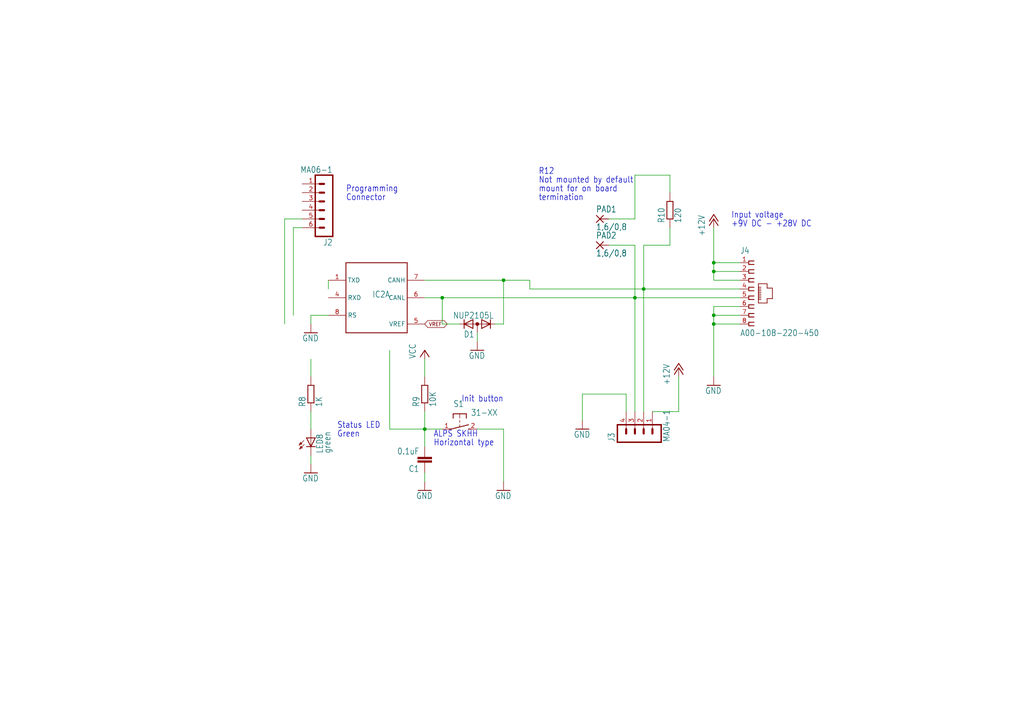
<source format=kicad_sch>
(kicad_sch (version 20230121) (generator eeschema)
  (paper "A4")
  (lib_symbols
    (symbol "paris_relay_rev_C-eagle-import:+12V" (power)
      (property "Value" "+12V" (at -2.54 -5.08 90))
      (symbol "+12V_1_0"
        (polyline (pts (xy 0 0) (xy -1.27 -1.905)) (stroke (width 0.254)))
        (polyline (pts (xy 0 1.27) (xy -1.27 -0.635)) (stroke (width 0.254)))
        (polyline (pts (xy 1.27 -1.905) (xy 0 0)) (stroke (width 0.254)))
        (polyline (pts (xy 1.27 -0.635) (xy 0 1.27)) (stroke (width 0.254)))
        (pin power_in line (at 0 -2.54 90) (length 2.54) (name "+12V") (number "1"))
      )
    )
    (symbol "paris_relay_rev_C-eagle-import:1,6{slash}0,8"
      (property "Reference" "PAD" (at -1.143 1.8542 0))
      (property "Value" "1,6{slash}0,8" (at -1.143 -3.302 0))
      (symbol "1,6{slash}0,8_1_0"
        (polyline (pts (xy -1.016 -1.016) (xy 1.016 1.016)) (stroke (width 0.254)))
        (polyline (pts (xy -1.016 1.016) (xy 1.016 -1.016)) (stroke (width 0.254)))
        (pin passive line (at 2.54 0 180) (length 2.54) (name "P") (number "1"))
      )
    )
    (symbol "paris_relay_rev_C-eagle-import:31-XX"
      (property "Reference" "S" (at -6.35 -1.905 90))
      (property "Value" "31-XX" (at -3.81 3.175 90))
      (symbol "31-XX_1_0"
        (polyline (pts (xy -4.445 -1.905) (xy -3.175 -1.905)) (stroke (width 0.254)))
        (polyline (pts (xy -4.445 0) (xy -4.445 -1.905)) (stroke (width 0.254)))
        (polyline (pts (xy -4.445 0) (xy -3.175 0)) (stroke (width 0.1524)))
        (polyline (pts (xy -4.445 1.905) (xy -4.445 0)) (stroke (width 0.254)))
        (polyline (pts (xy -4.445 1.905) (xy -3.175 1.905)) (stroke (width 0.254)))
        (polyline (pts (xy -2.54 0) (xy -1.905 0)) (stroke (width 0.1524)))
        (polyline (pts (xy -1.27 0) (xy -0.635 0)) (stroke (width 0.1524)))
        (polyline (pts (xy -0.635 0) (xy -1.27 2.54)) (stroke (width 0.254)))
        (polyline (pts (xy 0 -3.175) (xy 0 -2.54)) (stroke (width 0.254)))
        (polyline (pts (xy 0 -2.54) (xy -0.635 0)) (stroke (width 0.254)))
        (polyline (pts (xy 0 2.54) (xy 0 3.175)) (stroke (width 0.254)))
        (pin passive line (at 0 -5.08 90) (length 2.54) (name "P") (number "1"))
        (pin passive line (at 0 5.08 270) (length 2.54) (name "S") (number "2"))
      )
    )
    (symbol "paris_relay_rev_C-eagle-import:A00-108-220-450"
      (property "Value" "A00-108-220-450" (at 0 -13.716 0))
      (symbol "A00-108-220-450_1_0"
        (polyline (pts (xy 2.54 -10.668) (xy 4.064 -10.668)) (stroke (width 0.254)))
        (polyline (pts (xy 2.54 -9.652) (xy 2.54 -10.668)) (stroke (width 0.254)))
        (polyline (pts (xy 2.54 -8.128) (xy 4.064 -8.128)) (stroke (width 0.254)))
        (polyline (pts (xy 2.54 -7.112) (xy 2.54 -8.128)) (stroke (width 0.254)))
        (polyline (pts (xy 2.54 -5.588) (xy 4.064 -5.588)) (stroke (width 0.254)))
        (polyline (pts (xy 2.54 -4.572) (xy 2.54 -5.588)) (stroke (width 0.254)))
        (polyline (pts (xy 2.54 -3.048) (xy 4.064 -3.048)) (stroke (width 0.254)))
        (polyline (pts (xy 2.54 -2.032) (xy 2.54 -3.048)) (stroke (width 0.254)))
        (polyline (pts (xy 2.54 -0.508) (xy 4.064 -0.508)) (stroke (width 0.254)))
        (polyline (pts (xy 2.54 0.508) (xy 2.54 -0.508)) (stroke (width 0.254)))
        (polyline (pts (xy 2.54 2.032) (xy 4.064 2.032)) (stroke (width 0.254)))
        (polyline (pts (xy 2.54 3.048) (xy 2.54 2.032)) (stroke (width 0.254)))
        (polyline (pts (xy 2.54 4.572) (xy 4.064 4.572)) (stroke (width 0.254)))
        (polyline (pts (xy 2.54 5.588) (xy 2.54 4.572)) (stroke (width 0.254)))
        (polyline (pts (xy 2.54 7.112) (xy 4.064 7.112)) (stroke (width 0.254)))
        (polyline (pts (xy 2.54 8.128) (xy 2.54 7.112)) (stroke (width 0.254)))
        (polyline (pts (xy 4.064 -9.652) (xy 2.54 -9.652)) (stroke (width 0.254)))
        (polyline (pts (xy 4.064 -7.112) (xy 2.54 -7.112)) (stroke (width 0.254)))
        (polyline (pts (xy 4.064 -4.572) (xy 2.54 -4.572)) (stroke (width 0.254)))
        (polyline (pts (xy 4.064 -2.032) (xy 2.54 -2.032)) (stroke (width 0.254)))
        (polyline (pts (xy 4.064 0.508) (xy 2.54 0.508)) (stroke (width 0.254)))
        (polyline (pts (xy 4.064 3.048) (xy 2.54 3.048)) (stroke (width 0.254)))
        (polyline (pts (xy 4.064 5.588) (xy 2.54 5.588)) (stroke (width 0.254)))
        (polyline (pts (xy 4.064 8.128) (xy 2.54 8.128)) (stroke (width 0.254)))
        (polyline (pts (xy 5.334 -4.064) (xy 7.874 -4.064)) (stroke (width 0.1998)))
        (polyline (pts (xy 5.334 -3.048) (xy 5.334 -4.064)) (stroke (width 0.1998)))
        (polyline (pts (xy 5.334 -3.048) (xy 6.096 -3.048)) (stroke (width 0.1998)))
        (polyline (pts (xy 5.334 -2.54) (xy 5.334 -3.048)) (stroke (width 0.1998)))
        (polyline (pts (xy 5.334 -2.54) (xy 6.096 -2.54)) (stroke (width 0.1998)))
        (polyline (pts (xy 5.334 -2.032) (xy 5.334 -2.54)) (stroke (width 0.1998)))
        (polyline (pts (xy 5.334 -2.032) (xy 6.096 -2.032)) (stroke (width 0.1998)))
        (polyline (pts (xy 5.334 -1.524) (xy 5.334 -2.032)) (stroke (width 0.1998)))
        (polyline (pts (xy 5.334 -1.524) (xy 6.096 -1.524)) (stroke (width 0.1998)))
        (polyline (pts (xy 5.334 -1.016) (xy 5.334 -1.524)) (stroke (width 0.1998)))
        (polyline (pts (xy 5.334 -1.016) (xy 6.096 -1.016)) (stroke (width 0.1998)))
        (polyline (pts (xy 5.334 -0.508) (xy 5.334 -1.016)) (stroke (width 0.1998)))
        (polyline (pts (xy 5.334 -0.508) (xy 6.096 -0.508)) (stroke (width 0.1998)))
        (polyline (pts (xy 5.334 0) (xy 5.334 -0.508)) (stroke (width 0.1998)))
        (polyline (pts (xy 5.334 0) (xy 6.096 0)) (stroke (width 0.1998)))
        (polyline (pts (xy 5.334 0.508) (xy 5.334 0)) (stroke (width 0.1998)))
        (polyline (pts (xy 5.334 0.508) (xy 6.096 0.508)) (stroke (width 0.1998)))
        (polyline (pts (xy 5.334 1.524) (xy 5.334 0.508)) (stroke (width 0.1998)))
        (polyline (pts (xy 7.874 -4.064) (xy 7.874 -2.794)) (stroke (width 0.1998)))
        (polyline (pts (xy 7.874 -2.794) (xy 9.398 -2.794)) (stroke (width 0.1998)))
        (polyline (pts (xy 7.874 0.254) (xy 7.874 1.524)) (stroke (width 0.1998)))
        (polyline (pts (xy 7.874 1.524) (xy 5.334 1.524)) (stroke (width 0.1998)))
        (polyline (pts (xy 9.398 -2.794) (xy 9.398 0.254)) (stroke (width 0.1998)))
        (polyline (pts (xy 9.398 0.254) (xy 7.874 0.254)) (stroke (width 0.1998)))
        (pin passive line (at 0 7.62 0) (length 2.54) (name "1") (number "1"))
        (pin passive line (at 0 5.08 0) (length 2.54) (name "2") (number "2"))
        (pin passive line (at 0 2.54 0) (length 2.54) (name "3") (number "3"))
        (pin passive line (at 0 0 0) (length 2.54) (name "4") (number "4"))
        (pin passive line (at 0 -2.54 0) (length 2.54) (name "5") (number "5"))
        (pin passive line (at 0 -5.08 0) (length 2.54) (name "6") (number "6"))
        (pin passive line (at 0 -7.62 0) (length 2.54) (name "7") (number "7"))
        (pin passive line (at 0 -10.16 0) (length 2.54) (name "8") (number "8"))
      )
    )
    (symbol "paris_relay_rev_C-eagle-import:C-EUC0805"
      (property "Reference" "C" (at 1.524 0.381 0))
      (property "Value" "C-EUC0805" (at 1.524 -4.699 0))
      (symbol "C-EUC0805_1_0"
        (rectangle (start -2.032 -2.032) (end 2.032 -1.524) (fill (type outline)))
        (rectangle (start -2.032 -1.016) (end 2.032 -0.508) (fill (type outline)))
        (polyline (pts (xy 0 -2.54) (xy 0 -2.032)) (stroke (width 0.1524)))
        (polyline (pts (xy 0 0) (xy 0 -0.508)) (stroke (width 0.1524)))
        (pin passive line (at 0 2.54 270) (length 2.54) (name "1") (number "1"))
        (pin passive line (at 0 -5.08 90) (length 2.54) (name "2") (number "2"))
      )
    )
    (symbol "paris_relay_rev_C-eagle-import:DIODE-2CA|ACSOT23"
      (property "Reference" "D" (at 0.762 2.0066 0))
      (property "Value" "DIODE-2CA|ACSOT23" (at -4.826 -3.4544 0))
      (symbol "DIODE-2CA|ACSOT23_1_0"
        (polyline (pts (xy -3.81 -1.27) (xy -3.81 0)) (stroke (width 0.254)))
        (polyline (pts (xy -3.81 0) (xy -3.81 1.27)) (stroke (width 0.254)))
        (polyline (pts (xy -3.81 0) (xy -1.27 -1.27)) (stroke (width 0.254)))
        (polyline (pts (xy -3.81 0) (xy 3.81 0)) (stroke (width 0.1524)))
        (polyline (pts (xy -2.54 0) (xy -3.81 0)) (stroke (width 0.1524)))
        (polyline (pts (xy -1.27 -1.27) (xy -1.27 1.27)) (stroke (width 0.254)))
        (polyline (pts (xy -1.27 1.27) (xy -3.81 0)) (stroke (width 0.254)))
        (polyline (pts (xy 1.27 -1.27) (xy 1.27 1.27)) (stroke (width 0.254)))
        (polyline (pts (xy 1.27 1.27) (xy 3.81 0)) (stroke (width 0.254)))
        (polyline (pts (xy 3.81 -1.27) (xy 3.81 0)) (stroke (width 0.254)))
        (polyline (pts (xy 3.81 0) (xy 1.27 -1.27)) (stroke (width 0.254)))
        (polyline (pts (xy 3.81 0) (xy 3.81 1.27)) (stroke (width 0.254)))
        (circle (center 0 0) (radius 0.127) (stroke (width 0.4064)))
        (pin passive line (at -5.08 0 0) (length 2.54) (name "K1") (number "1"))
        (pin passive line (at 5.08 0 180) (length 2.54) (name "K2") (number "2"))
        (pin passive line (at 0 2.54 270) (length 2.54) (name "A") (number "3"))
      )
    )
    (symbol "paris_relay_rev_C-eagle-import:GND" (power)
      (property "Value" "GND" (at -2.54 -2.54 0))
      (symbol "GND_1_0"
        (polyline (pts (xy -1.905 0) (xy 1.905 0)) (stroke (width 0.254)))
        (pin power_in line (at 0 2.54 270) (length 2.54) (name "GND") (number "1"))
      )
    )
    (symbol "paris_relay_rev_C-eagle-import:LEDCHIP-LED0805"
      (property "Reference" "LED" (at 3.556 -4.572 90))
      (property "Value" "LEDCHIP-LED0805" (at 5.715 -4.572 90))
      (symbol "LEDCHIP-LED0805_1_0"
        (polyline (pts (xy -2.032 -0.762) (xy -3.429 -2.159)) (stroke (width 0.1524)))
        (polyline (pts (xy -1.905 -1.905) (xy -3.302 -3.302)) (stroke (width 0.1524)))
        (polyline (pts (xy 0 -2.54) (xy -1.27 -2.54)) (stroke (width 0.254)))
        (polyline (pts (xy 0 -2.54) (xy -1.27 0)) (stroke (width 0.254)))
        (polyline (pts (xy 0 0) (xy -1.27 0)) (stroke (width 0.254)))
        (polyline (pts (xy 0 0) (xy 0 -2.54)) (stroke (width 0.1524)))
        (polyline (pts (xy 1.27 -2.54) (xy 0 -2.54)) (stroke (width 0.254)))
        (polyline (pts (xy 1.27 0) (xy 0 -2.54)) (stroke (width 0.254)))
        (polyline (pts (xy 1.27 0) (xy 0 0)) (stroke (width 0.254)))
        (polyline (pts (xy -3.429 -2.159) (xy -3.048 -1.27) (xy -2.54 -1.778)) (fill (type outline)))
        (polyline (pts (xy -3.302 -3.302) (xy -2.921 -2.413) (xy -2.413 -2.921)) (fill (type outline)))
        (pin passive line (at 0 2.54 270) (length 2.54) (name "A") (number "A"))
        (pin passive line (at 0 -5.08 90) (length 2.54) (name "C") (number "C"))
      )
    )
    (symbol "paris_relay_rev_C-eagle-import:MA04-1"
      (property "Reference" "SV" (at -1.27 5.842 0))
      (property "Value" "MA04-1" (at -1.27 -10.16 0))
      (symbol "MA04-1_1_0"
        (polyline (pts (xy -1.27 5.08) (xy -1.27 -7.62)) (stroke (width 0.4064)))
        (polyline (pts (xy -1.27 5.08) (xy 3.81 5.08)) (stroke (width 0.4064)))
        (polyline (pts (xy 1.27 -5.08) (xy 2.54 -5.08)) (stroke (width 0.6096)))
        (polyline (pts (xy 1.27 -2.54) (xy 2.54 -2.54)) (stroke (width 0.6096)))
        (polyline (pts (xy 1.27 0) (xy 2.54 0)) (stroke (width 0.6096)))
        (polyline (pts (xy 1.27 2.54) (xy 2.54 2.54)) (stroke (width 0.6096)))
        (polyline (pts (xy 3.81 -7.62) (xy -1.27 -7.62)) (stroke (width 0.4064)))
        (polyline (pts (xy 3.81 -7.62) (xy 3.81 5.08)) (stroke (width 0.4064)))
        (pin passive line (at 7.62 -5.08 180) (length 5.08) (name "1") (number "1"))
        (pin passive line (at 7.62 -2.54 180) (length 5.08) (name "2") (number "2"))
        (pin passive line (at 7.62 0 180) (length 5.08) (name "3") (number "3"))
        (pin passive line (at 7.62 2.54 180) (length 5.08) (name "4") (number "4"))
      )
    )
    (symbol "paris_relay_rev_C-eagle-import:MA06-1"
      (property "Reference" "SV" (at -1.27 8.382 0))
      (property "Value" "MA06-1" (at -1.27 -12.7 0))
      (symbol "MA06-1_1_0"
        (polyline (pts (xy -1.27 7.62) (xy -1.27 -10.16)) (stroke (width 0.4064)))
        (polyline (pts (xy -1.27 7.62) (xy 3.81 7.62)) (stroke (width 0.4064)))
        (polyline (pts (xy 1.27 -7.62) (xy 2.54 -7.62)) (stroke (width 0.6096)))
        (polyline (pts (xy 1.27 -5.08) (xy 2.54 -5.08)) (stroke (width 0.6096)))
        (polyline (pts (xy 1.27 -2.54) (xy 2.54 -2.54)) (stroke (width 0.6096)))
        (polyline (pts (xy 1.27 0) (xy 2.54 0)) (stroke (width 0.6096)))
        (polyline (pts (xy 1.27 2.54) (xy 2.54 2.54)) (stroke (width 0.6096)))
        (polyline (pts (xy 1.27 5.08) (xy 2.54 5.08)) (stroke (width 0.6096)))
        (polyline (pts (xy 3.81 -10.16) (xy -1.27 -10.16)) (stroke (width 0.4064)))
        (polyline (pts (xy 3.81 -10.16) (xy 3.81 7.62)) (stroke (width 0.4064)))
        (pin passive line (at 7.62 -7.62 180) (length 5.08) (name "1") (number "1"))
        (pin passive line (at 7.62 -5.08 180) (length 5.08) (name "2") (number "2"))
        (pin passive line (at 7.62 -2.54 180) (length 5.08) (name "3") (number "3"))
        (pin passive line (at 7.62 0 180) (length 5.08) (name "4") (number "4"))
        (pin passive line (at 7.62 2.54 180) (length 5.08) (name "5") (number "5"))
        (pin passive line (at 7.62 5.08 180) (length 5.08) (name "6") (number "6"))
      )
    )
    (symbol "paris_relay_rev_C-eagle-import:MCP2551SN"
      (property "Reference" "U" (at -2.54 0 0))
      (symbol "MCP2551SN_1_0"
        (polyline (pts (xy -10.16 -10.16) (xy 7.62 -10.16)) (stroke (width 0.254)))
        (polyline (pts (xy -10.16 10.16) (xy -10.16 -10.16)) (stroke (width 0.254)))
        (polyline (pts (xy 7.62 -10.16) (xy 7.62 10.16)) (stroke (width 0.254)))
        (polyline (pts (xy 7.62 10.16) (xy -10.16 10.16)) (stroke (width 0.254)))
        (pin input line (at -15.24 5.08 0) (length 5.08) (name "TXD") (number "1"))
        (pin output line (at -15.24 0 0) (length 5.08) (name "RXD") (number "4"))
        (pin power_in line (at 12.7 -7.62 180) (length 5.08) (name "VREF") (number "5"))
        (pin bidirectional line (at 12.7 0 180) (length 5.08) (name "CANL") (number "6"))
        (pin bidirectional line (at 12.7 5.08 180) (length 5.08) (name "CANH") (number "7"))
        (pin input line (at -15.24 -5.08 0) (length 5.08) (name "RS") (number "8"))
      )
      (symbol "MCP2551SN_2_0"
        (text "VDD" (at 2.54 2.54 900) (effects (font (size 1.4224 1.209)) (justify left bottom)))
        (text "VDD" (at 2.54 2.54 900) (effects (font (size 1.4224 1.209)) (justify left bottom)))
        (text "VSS" (at 2.54 -7.62 900) (effects (font (size 1.4224 1.209)) (justify left bottom)))
        (text "VSS" (at 2.54 -7.62 900) (effects (font (size 1.4224 1.209)) (justify left bottom)))
        (pin power_in line (at 0 -7.62 90) (length 5.08) (name "VSS") (number "2"))
        (pin power_in line (at 0 7.62 270) (length 5.08) (name "VDD") (number "3"))
      )
    )
    (symbol "paris_relay_rev_C-eagle-import:R-EU_R0805"
      (property "Reference" "R" (at -3.81 1.4986 0))
      (property "Value" "R-EU_R0805" (at -3.81 -3.302 0))
      (symbol "R-EU_R0805_1_0"
        (polyline (pts (xy -2.54 -0.889) (xy -2.54 0.889)) (stroke (width 0.254)))
        (polyline (pts (xy -2.54 -0.889) (xy 2.54 -0.889)) (stroke (width 0.254)))
        (polyline (pts (xy 2.54 -0.889) (xy 2.54 0.889)) (stroke (width 0.254)))
        (polyline (pts (xy 2.54 0.889) (xy -2.54 0.889)) (stroke (width 0.254)))
        (pin passive line (at -5.08 0 0) (length 2.54) (name "1") (number "1"))
        (pin passive line (at 5.08 0 180) (length 2.54) (name "2") (number "2"))
      )
    )
    (symbol "paris_relay_rev_C-eagle-import:VCC" (power)
      (property "Value" "VCC" (at -2.54 -2.54 90))
      (symbol "VCC_1_0"
        (polyline (pts (xy 0 0) (xy -1.27 -1.905)) (stroke (width 0.254)))
        (polyline (pts (xy 1.27 -1.905) (xy 0 0)) (stroke (width 0.254)))
        (pin power_in line (at 0 -2.54 90) (length 2.54) (name "VCC") (number "1"))
      )
    )
  )
  (junction (at 186.69 83.82))
  (junction (at 123.19 124.46))
  (junction (at 207.01 76.2))
  (junction (at 207.01 78.74))
  (junction (at 207.01 91.44))
  (junction (at 146.05 81.28))
  (junction (at 184.15 86.36))
  (junction (at 207.01 93.98))
  (junction (at 128.27 86.36))
  (wire (pts (xy 123.19 124.46) (xy 123.19 129.54)))
  (wire (pts (xy 146.05 93.98) (xy 146.05 81.28)))
  (wire (pts (xy 123.19 109.22) (xy 123.19 104.14)))
  (wire (pts (xy 176.53 71.12) (xy 184.15 71.12)))
  (wire (pts (xy 90.17 91.44) (xy 95.25 91.44)))
  (wire (pts (xy 184.15 86.36) (xy 128.27 86.36)))
  (wire (pts (xy 196.85 119.38) (xy 196.85 109.22)))
  (wire (pts (xy 143.51 93.98) (xy 146.05 93.98)))
  (wire (pts (xy 186.69 83.82) (xy 153.67 83.82)))
  (wire (pts (xy 184.15 119.38) (xy 184.15 86.36)))
  (wire (pts (xy 85.09 66.04) (xy 85.09 91.44)))
  (wire (pts (xy 184.15 71.12) (xy 184.15 86.36)))
  (wire (pts (xy 123.19 124.46) (xy 113.03 124.46)))
  (wire (pts (xy 153.67 83.82) (xy 153.67 81.28)))
  (wire (pts (xy 207.01 76.2) (xy 207.01 66.04)))
  (wire (pts (xy 214.63 91.44) (xy 207.01 91.44)))
  (wire (pts (xy 113.03 101.6) (xy 113.03 124.46)))
  (wire (pts (xy 184.15 63.5) (xy 184.15 50.8)))
  (wire (pts (xy 82.55 93.98) (xy 82.55 63.5)))
  (wire (pts (xy 214.63 81.28) (xy 207.01 81.28)))
  (wire (pts (xy 186.69 119.38) (xy 186.69 83.82)))
  (wire (pts (xy 123.19 124.46) (xy 128.27 124.46)))
  (wire (pts (xy 82.55 63.5) (xy 87.63 63.5)))
  (wire (pts (xy 207.01 88.9) (xy 207.01 91.44)))
  (wire (pts (xy 214.63 78.74) (xy 207.01 78.74)))
  (wire (pts (xy 181.61 114.3) (xy 168.91 114.3)))
  (wire (pts (xy 194.31 66.04) (xy 194.31 71.12)))
  (wire (pts (xy 90.17 104.14) (xy 90.17 109.22)))
  (wire (pts (xy 214.63 93.98) (xy 207.01 93.98)))
  (wire (pts (xy 146.05 81.28) (xy 153.67 81.28)))
  (wire (pts (xy 168.91 114.3) (xy 168.91 121.92)))
  (wire (pts (xy 90.17 93.98) (xy 90.17 91.44)))
  (wire (pts (xy 214.63 83.82) (xy 186.69 83.82)))
  (wire (pts (xy 123.19 86.36) (xy 128.27 86.36)))
  (wire (pts (xy 207.01 91.44) (xy 207.01 93.98)))
  (wire (pts (xy 207.01 81.28) (xy 207.01 78.74)))
  (wire (pts (xy 207.01 78.74) (xy 207.01 76.2)))
  (wire (pts (xy 194.31 55.88) (xy 194.31 50.8)))
  (wire (pts (xy 181.61 119.38) (xy 181.61 114.3)))
  (wire (pts (xy 128.27 93.98) (xy 128.27 86.36)))
  (wire (pts (xy 186.69 71.12) (xy 186.69 83.82)))
  (wire (pts (xy 95.25 83.82) (xy 95.25 81.28)))
  (wire (pts (xy 87.63 66.04) (xy 85.09 66.04)))
  (wire (pts (xy 133.35 93.98) (xy 128.27 93.98)))
  (wire (pts (xy 123.19 119.38) (xy 123.19 124.46)))
  (wire (pts (xy 194.31 71.12) (xy 186.69 71.12)))
  (wire (pts (xy 207.01 93.98) (xy 207.01 109.22)))
  (wire (pts (xy 123.19 81.28) (xy 146.05 81.28)))
  (wire (pts (xy 214.63 88.9) (xy 207.01 88.9)))
  (wire (pts (xy 90.17 124.46) (xy 90.17 119.38)))
  (wire (pts (xy 138.43 99.06) (xy 138.43 96.52)))
  (wire (pts (xy 194.31 50.8) (xy 184.15 50.8)))
  (wire (pts (xy 214.63 86.36) (xy 184.15 86.36)))
  (wire (pts (xy 189.23 119.38) (xy 196.85 119.38)))
  (wire (pts (xy 123.19 137.16) (xy 123.19 139.7)))
  (wire (pts (xy 146.05 124.46) (xy 146.05 139.7)))
  (wire (pts (xy 176.53 63.5) (xy 184.15 63.5)))
  (wire (pts (xy 214.63 76.2) (xy 207.01 76.2)))
  (wire (pts (xy 90.17 132.08) (xy 90.17 134.62)))
  (wire (pts (xy 138.43 124.46) (xy 146.05 124.46)))
  (text "ALPS SKHH" (at 125.73 127 0) (effects (font (size 1.778 1.5113)) (justify left bottom)))
  (text "Status LED" (at 97.79 124.46 0) (effects (font (size 1.778 1.5113)) (justify left bottom)))
  (text "mount for on board" (at 156.21 55.88 0) (effects (font (size 1.778 1.5113)) (justify left bottom)))
  (text "Input voltage" (at 212.09 63.5 0) (effects (font (size 1.778 1.5113)) (justify left bottom)))
  (text "Programming" (at 100.33 55.88 0) (effects (font (size 1.778 1.5113)) (justify left bottom)))
  (text "Not mounted by default" (at 156.21 53.34 0) (effects (font (size 1.778 1.5113)) (justify left bottom)))
  (text "Horizontal type" (at 125.73 129.54 0) (effects (font (size 1.778 1.5113)) (justify left bottom)))
  (text "Init button" (at 146.05 116.84 0) (effects (font (size 1.778 1.5113)) (justify right bottom)))
  (text "+9V DC - +28V DC" (at 212.09 66.04 0) (effects (font (size 1.778 1.5113)) (justify left bottom)))
  (text "termination" (at 156.21 58.42 0) (effects (font (size 1.778 1.5113)) (justify left bottom)))
  (text "Green" (at 97.79 127 0) (effects (font (size 1.778 1.5113)) (justify left bottom)))
  (text "R12" (at 156.21 50.8 0) (effects (font (size 1.778 1.5113)) (justify left bottom)))
  (text "Connector" (at 100.33 58.42 0) (effects (font (size 1.778 1.5113)) (justify left bottom)))
  (global_label "VREF" (shape bidirectional) (at 123.19 93.98 0) (effects (font (size 1.016 1.016))) (property "Intersheetrefs" "${INTERSHEET_REFS}" (effects hide)))
  (symbol (lib_id "paris_relay_rev_C-eagle-import:R-EU_R0805") (at 194.31 60.96 90) (unit 1)
    (property "Reference" "R10" (at 192.8114 64.77 0) (effects (font (size 1.778 1.5113)) (justify left bottom)))
    (property "Value" "120" (at 197.612 64.77 0) (effects (font (size 1.778 1.5113)) (justify left bottom)))
    (property "Footprint" "paris_relay_rev_C:R0805" (effects hide))
    (instances (project "paris" (path "" (reference "R10") (unit 1))) (project "paris_relay_rev_C" (path "" (reference "R12") (unit 1))))
  )
  (symbol (lib_id "paris_relay_rev_C-eagle-import:GND") (at 138.43 101.6 0) (unit 1)
    (property "Reference" "#GND013" (effects hide))
    (property "Value" "GND" (at 135.89 104.14 0) (effects (font (size 1.778 1.5113)) (justify left bottom)))
    (property "Footprint" "paris_relay_rev_C:" (effects hide))
    (instances (project "paris" (path "" (reference "#GND013") (unit 1))) (project "paris_relay_rev_C" (path "" (reference "#GND13") (unit 1))))
  )
  (symbol (lib_id "paris_relay_rev_C-eagle-import:GND") (at 146.05 142.24 0) (unit 1)
    (property "Reference" "#GND014" (effects hide))
    (property "Value" "GND" (at 143.51 144.78 0) (effects (font (size 1.778 1.5113)) (justify left bottom)))
    (property "Footprint" "paris_relay_rev_C:" (effects hide))
    (instances (project "paris" (path "" (reference "#GND014") (unit 1))) (project "paris_relay_rev_C" (path "" (reference "#GND11") (unit 1))))
  )
  (symbol (lib_id "paris_relay_rev_C-eagle-import:GND") (at 90.17 96.52 0) (unit 1)
    (property "Reference" "#GND010" (effects hide))
    (property "Value" "GND" (at 87.63 99.06 0) (effects (font (size 1.778 1.5113)) (justify left bottom)))
    (property "Footprint" "paris_relay_rev_C:" (effects hide))
    (instances (project "paris" (path "" (reference "#GND010") (unit 1))) (project "paris_relay_rev_C" (path "" (reference "#GND12") (unit 1))))
  )
  (symbol (lib_id "paris_relay_rev_C-eagle-import:MA06-1") (at 95.25 60.96 180) (unit 1)
    (property "Reference" "J2" (at 96.52 69.342 0) (effects (font (size 1.778 1.5113)) (justify left bottom)))
    (property "Value" "MA06-1" (at 96.52 48.26 0) (effects (font (size 1.778 1.5113)) (justify left bottom)))
    (property "Footprint" "paris_relay_rev_C:MA06-1" (effects hide))
    (instances (project "paris" (path "" (reference "J2") (unit 1))) (project "paris_relay_rev_C" (path "" (reference "J3") (unit 1))))
  )
  (symbol (lib_id "paris_relay_rev_C-eagle-import:MCP2551SN") (at 110.49 86.36 0) (unit 1)
    (property "Reference" "IC2" (at 107.95 86.36 0) (effects (font (size 1.778 1.5113)) (justify left bottom)))
    (property "Value" "MCP2551SN" (effects hide))
    (property "Footprint" "paris_relay_rev_C:SO-08" (effects hide))
    (instances (project "paris" (path "" (reference "IC2") (unit 1))) (project "paris_relay_rev_C" (path "" (reference "IC3") (unit 1))))
  )
  (symbol (lib_id "paris_relay_rev_C-eagle-import:1,6{slash}0,8") (at 173.99 71.12 0) (unit 1)
    (property "Reference" "PAD2" (at 172.847 69.2658 0) (effects (font (size 1.778 1.5113)) (justify left bottom)))
    (property "Value" "1,6/0,8" (at 172.847 74.422 0) (effects (font (size 1.778 1.5113)) (justify left bottom)))
    (property "Footprint" "paris_relay_rev_C:1,6_0,8" (effects hide))
  )
  (symbol (lib_id "paris_relay_rev_C-eagle-import:GND") (at 123.19 142.24 0) (unit 1)
    (property "Reference" "#GND012" (effects hide))
    (property "Value" "GND" (at 120.65 144.78 0) (effects (font (size 1.778 1.5113)) (justify left bottom)))
    (property "Footprint" "paris_relay_rev_C:" (effects hide))
    (instances (project "paris" (path "" (reference "#GND012") (unit 1))) (project "paris_relay_rev_C" (path "" (reference "#GND1") (unit 1))))
  )
  (symbol (lib_id "paris_relay_rev_C-eagle-import:A00-108-220-450") (at 214.63 83.82 0) (unit 1)
    (property "Reference" "J4" (at 214.63 73.66 0) (effects (font (size 1.778 1.5113)) (justify left bottom)))
    (property "Value" "A00-108-220-450" (at 214.63 97.536 0) (effects (font (size 1.778 1.5113)) (justify left bottom)))
    (property "Footprint" "paris_relay_rev_C:RJ-45" (effects hide))
    (instances (project "paris" (path "" (reference "J4") (unit 1))) (project "paris_relay_rev_C" (path "" (reference "J2") (unit 1))))
  )
  (symbol (lib_id "paris_relay_rev_C-eagle-import:DIODE-2CA|ACSOT23") (at 138.43 93.98 180) (unit 1)
    (property "Reference" "D1" (at 137.668 95.9866 0) (effects (font (size 1.778 1.5113)) (justify left bottom)))
    (property "Value" "NUP2105L" (at 143.256 90.5256 0) (effects (font (size 1.778 1.5113)) (justify left bottom)))
    (property "Footprint" "paris_relay_rev_C:SOT23" (effects hide))
    (instances (project "paris" (path "" (reference "D1") (unit 1))) (project "paris_relay_rev_C" (path "" (reference "D2") (unit 1))))
  )
  (symbol (lib_id "paris_relay_rev_C-eagle-import:GND") (at 207.01 111.76 0) (unit 1)
    (property "Reference" "#GND016" (effects hide))
    (property "Value" "GND" (at 204.47 114.3 0) (effects (font (size 1.778 1.5113)) (justify left bottom)))
    (property "Footprint" "paris_relay_rev_C:" (effects hide))
    (instances (project "paris" (path "" (reference "#GND016") (unit 1))) (project "paris_relay_rev_C" (path "" (reference "#GND3") (unit 1))))
  )
  (symbol (lib_id "paris_relay_rev_C-eagle-import:31-XX") (at 133.35 124.46 270) (unit 1)
    (property "Reference" "S1" (at 131.445 118.11 90) (effects (font (size 1.778 1.5113)) (justify left bottom)))
    (property "Value" "31-XX" (at 136.525 120.65 90) (effects (font (size 1.778 1.5113)) (justify left bottom)))
    (property "Footprint" "paris_relay_rev_C:B3F-31XX" (effects hide))
  )
  (symbol (lib_id "paris_relay_rev_C-eagle-import:+12V") (at 207.01 63.5 0) (unit 1)
    (property "Reference" "#P+05" (effects hide))
    (property "Value" "+12V" (at 204.47 68.58 90) (effects (font (size 1.778 1.5113)) (justify left bottom)))
    (property "Footprint" "paris_relay_rev_C:" (effects hide))
    (instances (project "paris" (path "" (reference "#P+05") (unit 1))) (project "paris_relay_rev_C" (path "" (reference "#P+1") (unit 1))))
  )
  (symbol (lib_id "paris_relay_rev_C-eagle-import:GND") (at 90.17 137.16 0) (unit 1)
    (property "Reference" "#GND011" (effects hide))
    (property "Value" "GND" (at 87.63 139.7 0) (effects (font (size 1.778 1.5113)) (justify left bottom)))
    (property "Footprint" "paris_relay_rev_C:" (effects hide))
    (instances (project "paris" (path "" (reference "#GND011") (unit 1))) (project "paris_relay_rev_C" (path "" (reference "#GND10") (unit 1))))
  )
  (symbol (lib_id "paris_relay_rev_C-eagle-import:C-EUC0805") (at 123.19 134.62 180) (unit 1)
    (property "Reference" "C1" (at 121.666 135.001 0) (effects (font (size 1.778 1.5113)) (justify left bottom)))
    (property "Value" "0.1uF" (at 121.666 129.921 0) (effects (font (size 1.778 1.5113)) (justify left bottom)))
    (property "Footprint" "paris_relay_rev_C:C0805" (effects hide))
    (instances (project "paris" (path "" (reference "C1") (unit 1))) (project "paris_relay_rev_C" (path "" (reference "C7") (unit 1))))
  )
  (symbol (lib_id "paris_relay_rev_C-eagle-import:R-EU_R0805") (at 90.17 114.3 90) (unit 1)
    (property "Reference" "R8" (at 88.6714 118.11 0) (effects (font (size 1.778 1.5113)) (justify left bottom)))
    (property "Value" "1K" (at 93.472 118.11 0) (effects (font (size 1.778 1.5113)) (justify left bottom)))
    (property "Footprint" "paris_relay_rev_C:R0805" (effects hide))
    (instances (project "paris" (path "" (reference "R8") (unit 1))) (project "paris_relay_rev_C" (path "" (reference "R3") (unit 1))))
  )
  (symbol (lib_id "paris_relay_rev_C-eagle-import:MA04-1") (at 184.15 127 90) (unit 1)
    (property "Reference" "J3" (at 178.308 128.27 0) (effects (font (size 1.778 1.5113)) (justify left bottom)))
    (property "Value" "MA04-1" (at 194.31 128.27 0) (effects (font (size 1.778 1.5113)) (justify left bottom)))
    (property "Footprint" "paris_relay_rev_C:MA04-1" (effects hide))
    (instances (project "paris" (path "" (reference "J3") (unit 1))) (project "paris_relay_rev_C" (path "" (reference "J4") (unit 1))))
  )
  (symbol (lib_id "paris_relay_rev_C-eagle-import:+12V") (at 196.85 106.68 0) (unit 1)
    (property "Reference" "#P+04" (effects hide))
    (property "Value" "+12V" (at 194.31 111.76 90) (effects (font (size 1.778 1.5113)) (justify left bottom)))
    (property "Footprint" "paris_relay_rev_C:" (effects hide))
    (instances (project "paris" (path "" (reference "#P+04") (unit 1))) (project "paris_relay_rev_C" (path "" (reference "#P+8") (unit 1))))
  )
  (symbol (lib_id "paris_relay_rev_C-eagle-import:GND") (at 168.91 124.46 0) (unit 1)
    (property "Reference" "#GND015" (effects hide))
    (property "Value" "GND" (at 166.37 127 0) (effects (font (size 1.778 1.5113)) (justify left bottom)))
    (property "Footprint" "paris_relay_rev_C:" (effects hide))
    (instances (project "paris" (path "" (reference "#GND015") (unit 1))) (project "paris_relay_rev_C" (path "" (reference "#GND26") (unit 1))))
  )
  (symbol (lib_id "paris_relay_rev_C-eagle-import:LEDCHIP-LED0805") (at 90.17 127 0) (unit 1)
    (property "Reference" "LED8" (at 93.726 131.572 90) (effects (font (size 1.778 1.5113)) (justify left bottom)))
    (property "Value" "green" (at 95.885 131.572 90) (effects (font (size 1.778 1.5113)) (justify left bottom)))
    (property "Footprint" "paris_relay_rev_C:CHIP-LED0805" (effects hide))
    (instances (project "paris" (path "" (reference "LED8") (unit 1))) (project "paris_relay_rev_C" (path "" (reference "LED1") (unit 1))))
  )
  (symbol (lib_id "paris_relay_rev_C-eagle-import:R-EU_R0805") (at 123.19 114.3 90) (unit 1)
    (property "Reference" "R9" (at 121.6914 118.11 0) (effects (font (size 1.778 1.5113)) (justify left bottom)))
    (property "Value" "10K" (at 126.492 118.11 0) (effects (font (size 1.778 1.5113)) (justify left bottom)))
    (property "Footprint" "paris_relay_rev_C:R0805" (effects hide))
    (instances (project "paris" (path "" (reference "R9") (unit 1))) (project "paris_relay_rev_C" (path "" (reference "R4") (unit 1))))
  )
  (symbol (lib_id "paris_relay_rev_C-eagle-import:VCC") (at 123.19 101.6 0) (unit 1)
    (property "Reference" "#P+03" (effects hide))
    (property "Value" "VCC" (at 120.65 104.14 90) (effects (font (size 1.778 1.5113)) (justify left bottom)))
    (property "Footprint" "paris_relay_rev_C:" (effects hide))
    (instances (project "paris" (path "" (reference "#P+03") (unit 1))) (project "paris_relay_rev_C" (path "" (reference "#P+4") (unit 1))))
  )
  (symbol (lib_id "paris_relay_rev_C-eagle-import:1,6{slash}0,8") (at 173.99 63.5 0) (unit 1)
    (property "Reference" "PAD1" (at 172.847 61.6458 0) (effects (font (size 1.778 1.5113)) (justify left bottom)))
    (property "Value" "1,6/0,8" (at 172.847 66.802 0) (effects (font (size 1.778 1.5113)) (justify left bottom)))
    (property "Footprint" "paris_relay_rev_C:1,6_0,8" (effects hide))
  )
)
</source>
